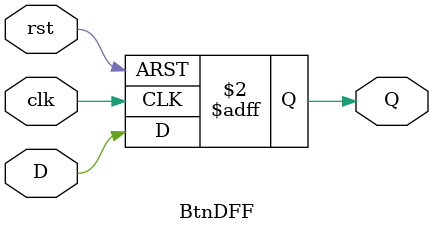
<source format=v>
`timescale 1ns / 1ps

module BtnDFF (
    input wire clk,
    input wire rst,
    input wire D,
    output reg Q
    );

    always @( posedge clk or posedge rst ) begin
        if ( rst ) begin
            Q <= 0;
        end else begin
            Q <= D;
        end
    end
endmodule
</source>
